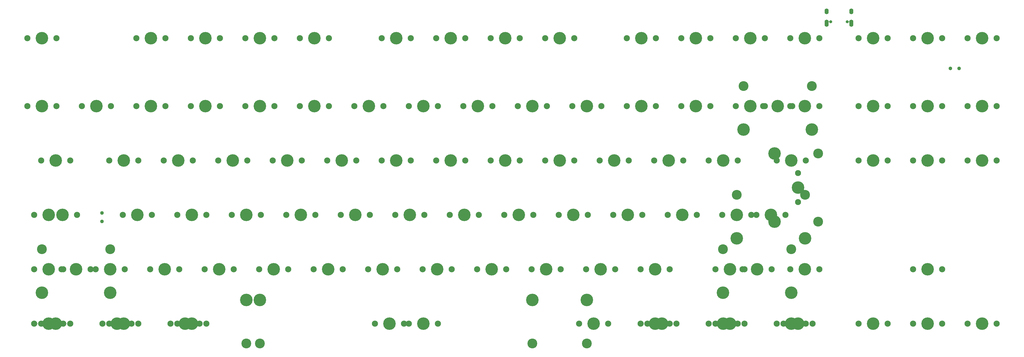
<source format=gts>
G04 #@! TF.GenerationSoftware,KiCad,Pcbnew,(5.1.8)-1*
G04 #@! TF.CreationDate,2021-11-24T20:30:40-05:00*
G04 #@! TF.ProjectId,KBD8X-MK2,4b424438-582d-44d4-9b32-2e6b69636164,rev?*
G04 #@! TF.SameCoordinates,Original*
G04 #@! TF.FileFunction,Soldermask,Top*
G04 #@! TF.FilePolarity,Negative*
%FSLAX46Y46*%
G04 Gerber Fmt 4.6, Leading zero omitted, Abs format (unit mm)*
G04 Created by KiCad (PCBNEW (5.1.8)-1) date 2021-11-24 20:30:40*
%MOMM*%
%LPD*%
G01*
G04 APERTURE LIST*
%ADD10C,4.387800*%
%ADD11C,3.448000*%
%ADD12C,2.150000*%
%ADD13C,2.101800*%
%ADD14O,1.400000X2.000000*%
%ADD15O,1.400000X2.500000*%
%ADD16C,1.050000*%
%ADD17C,1.300000*%
%ADD18C,0.100000*%
G04 APERTURE END LIST*
D10*
X238125000Y-131445000D03*
X123825000Y-131445000D03*
D11*
X238125000Y-146685000D03*
X123825000Y-146685000D03*
D12*
X186055000Y-139700000D03*
X175895000Y-139700000D03*
D10*
X180975000Y-139700000D03*
X219068650Y-131445000D03*
X119068850Y-131445000D03*
D11*
X219068650Y-146685000D03*
X119068850Y-146685000D03*
D12*
X174148750Y-139700000D03*
X163988750Y-139700000D03*
D10*
X169068750Y-139700000D03*
D12*
X381317500Y-139700000D03*
X371157500Y-139700000D03*
D10*
X376237500Y-139700000D03*
D12*
X293211250Y-139700000D03*
X283051250Y-139700000D03*
D10*
X288131250Y-139700000D03*
D12*
X290830000Y-139700000D03*
X280670000Y-139700000D03*
D10*
X285750000Y-139700000D03*
D12*
X269398750Y-139700000D03*
X259238750Y-139700000D03*
D10*
X264318750Y-139700000D03*
D12*
X314642500Y-139700000D03*
X304482500Y-139700000D03*
D10*
X309562500Y-139700000D03*
D12*
X317023750Y-139700000D03*
X306863750Y-139700000D03*
D10*
X311943750Y-139700000D03*
D12*
X267017500Y-139700000D03*
X256857500Y-139700000D03*
D10*
X261937500Y-139700000D03*
D12*
X245586250Y-139700000D03*
X235426250Y-139700000D03*
D10*
X240506250Y-139700000D03*
D12*
X81280000Y-139700000D03*
X71120000Y-139700000D03*
D10*
X76200000Y-139700000D03*
D12*
X78898750Y-139700000D03*
X68738750Y-139700000D03*
D10*
X73818750Y-139700000D03*
D12*
X343217500Y-139700000D03*
X333057500Y-139700000D03*
D10*
X338137500Y-139700000D03*
D12*
X57467500Y-139700000D03*
X47307500Y-139700000D03*
D10*
X52387500Y-139700000D03*
D12*
X55086250Y-139700000D03*
X44926250Y-139700000D03*
D10*
X50006250Y-139700000D03*
D12*
X105092500Y-139700000D03*
X94932500Y-139700000D03*
D10*
X100012500Y-139700000D03*
D12*
X102711250Y-139700000D03*
X92551250Y-139700000D03*
D10*
X97631250Y-139700000D03*
D12*
X362267500Y-139700000D03*
X352107500Y-139700000D03*
D10*
X357187500Y-139700000D03*
D12*
X95567500Y-120650000D03*
X85407500Y-120650000D03*
D10*
X90487500Y-120650000D03*
D12*
X114617500Y-120650000D03*
X104457500Y-120650000D03*
D10*
X109537500Y-120650000D03*
D12*
X152717500Y-120650000D03*
X142557500Y-120650000D03*
D10*
X147637500Y-120650000D03*
D12*
X362267500Y-120650000D03*
X352107500Y-120650000D03*
D10*
X357187500Y-120650000D03*
D12*
X319405000Y-120650000D03*
X309245000Y-120650000D03*
D10*
X314325000Y-120650000D03*
D12*
X293211250Y-120650000D03*
X283051250Y-120650000D03*
D10*
X288131250Y-120650000D03*
X309594250Y-128905000D03*
X285718250Y-128905000D03*
D11*
X309594250Y-113665000D03*
X285718250Y-113665000D03*
D12*
X302736250Y-120650000D03*
X292576250Y-120650000D03*
D10*
X297656250Y-120650000D03*
D12*
X190817500Y-120650000D03*
X180657500Y-120650000D03*
D10*
X185737500Y-120650000D03*
D12*
X209867500Y-120650000D03*
X199707500Y-120650000D03*
D10*
X204787500Y-120650000D03*
D12*
X76517500Y-120650000D03*
X66357500Y-120650000D03*
D10*
X71437500Y-120650000D03*
D12*
X55086250Y-120650000D03*
X44926250Y-120650000D03*
D10*
X50006250Y-120650000D03*
X71469250Y-128905000D03*
X47593250Y-128905000D03*
D11*
X71469250Y-113665000D03*
X47593250Y-113665000D03*
D12*
X64611250Y-120650000D03*
X54451250Y-120650000D03*
D10*
X59531250Y-120650000D03*
D12*
X133667500Y-120650000D03*
X123507500Y-120650000D03*
D10*
X128587500Y-120650000D03*
D12*
X171767500Y-120650000D03*
X161607500Y-120650000D03*
D10*
X166687500Y-120650000D03*
D12*
X267017500Y-120650000D03*
X256857500Y-120650000D03*
D10*
X261937500Y-120650000D03*
D12*
X228917500Y-120650000D03*
X218757500Y-120650000D03*
D10*
X223837500Y-120650000D03*
D12*
X247967500Y-120650000D03*
X237807500Y-120650000D03*
D10*
X242887500Y-120650000D03*
X303688750Y-80137000D03*
X303688750Y-104013000D03*
D11*
X318928750Y-80137000D03*
X318928750Y-104013000D03*
D13*
X311943750Y-97155000D03*
X311943750Y-86995000D03*
D10*
X311943750Y-92075000D03*
X314356750Y-109855000D03*
X290480750Y-109855000D03*
D11*
X314356750Y-94615000D03*
X290480750Y-94615000D03*
D12*
X307498750Y-101600000D03*
X297338750Y-101600000D03*
D10*
X302418750Y-101600000D03*
D12*
X319405000Y-63500000D03*
X309245000Y-63500000D03*
D10*
X314325000Y-63500000D03*
D12*
X105092500Y-101600000D03*
X94932500Y-101600000D03*
D10*
X100012500Y-101600000D03*
D12*
X238442500Y-101600000D03*
X228282500Y-101600000D03*
D10*
X233362500Y-101600000D03*
D12*
X219392500Y-101600000D03*
X209232500Y-101600000D03*
D10*
X214312500Y-101600000D03*
D12*
X200342500Y-101600000D03*
X190182500Y-101600000D03*
D10*
X195262500Y-101600000D03*
D12*
X181292500Y-101600000D03*
X171132500Y-101600000D03*
D10*
X176212500Y-101600000D03*
D12*
X162242500Y-101600000D03*
X152082500Y-101600000D03*
D10*
X157162500Y-101600000D03*
D12*
X143192500Y-101600000D03*
X133032500Y-101600000D03*
D10*
X138112500Y-101600000D03*
D12*
X124142500Y-101600000D03*
X113982500Y-101600000D03*
D10*
X119062500Y-101600000D03*
D12*
X55086250Y-101600000D03*
X44926250Y-101600000D03*
D10*
X50006250Y-101600000D03*
D12*
X59848750Y-101600000D03*
X49688750Y-101600000D03*
D10*
X54768750Y-101600000D03*
D12*
X86042500Y-101600000D03*
X75882500Y-101600000D03*
D10*
X80962500Y-101600000D03*
D12*
X257492500Y-101600000D03*
X247332500Y-101600000D03*
D10*
X252412500Y-101600000D03*
D12*
X276542500Y-101600000D03*
X266382500Y-101600000D03*
D10*
X271462500Y-101600000D03*
D12*
X57467500Y-82550000D03*
X47307500Y-82550000D03*
D10*
X52387500Y-82550000D03*
D12*
X176530000Y-82550000D03*
X166370000Y-82550000D03*
D10*
X171450000Y-82550000D03*
D12*
X100330000Y-82550000D03*
X90170000Y-82550000D03*
D10*
X95250000Y-82550000D03*
D12*
X195580000Y-82550000D03*
X185420000Y-82550000D03*
D10*
X190500000Y-82550000D03*
D12*
X157480000Y-82550000D03*
X147320000Y-82550000D03*
D10*
X152400000Y-82550000D03*
D12*
X138430000Y-82550000D03*
X128270000Y-82550000D03*
D10*
X133350000Y-82550000D03*
D12*
X81280000Y-82550000D03*
X71120000Y-82550000D03*
D10*
X76200000Y-82550000D03*
D12*
X381317500Y-82550000D03*
X371157500Y-82550000D03*
D10*
X376237500Y-82550000D03*
D12*
X252730000Y-82550000D03*
X242570000Y-82550000D03*
D10*
X247650000Y-82550000D03*
D12*
X233680000Y-82550000D03*
X223520000Y-82550000D03*
D10*
X228600000Y-82550000D03*
D12*
X214630000Y-82550000D03*
X204470000Y-82550000D03*
D10*
X209550000Y-82550000D03*
D12*
X362267500Y-82550000D03*
X352107500Y-82550000D03*
D10*
X357187500Y-82550000D03*
D12*
X119380000Y-82550000D03*
X109220000Y-82550000D03*
D10*
X114300000Y-82550000D03*
D12*
X343217500Y-82550000D03*
X333057500Y-82550000D03*
D10*
X338137500Y-82550000D03*
D12*
X290830000Y-82550000D03*
X280670000Y-82550000D03*
D10*
X285750000Y-82550000D03*
D12*
X295592500Y-101600000D03*
X285432500Y-101600000D03*
D10*
X290512500Y-101600000D03*
D12*
X314642500Y-82550000D03*
X304482500Y-82550000D03*
D10*
X309562500Y-82550000D03*
D12*
X271780000Y-82550000D03*
X261620000Y-82550000D03*
D10*
X266700000Y-82550000D03*
D12*
X343217500Y-63500000D03*
X333057500Y-63500000D03*
D10*
X338137500Y-63500000D03*
D12*
X381317500Y-63500000D03*
X371157500Y-63500000D03*
D10*
X376237500Y-63500000D03*
D12*
X362267500Y-63500000D03*
X352107500Y-63500000D03*
D10*
X357187500Y-63500000D03*
D12*
X300355000Y-63500000D03*
X290195000Y-63500000D03*
D10*
X295275000Y-63500000D03*
X316738000Y-71755000D03*
X292862000Y-71755000D03*
D11*
X316738000Y-56515000D03*
X292862000Y-56515000D03*
D12*
X309880000Y-63500000D03*
X299720000Y-63500000D03*
D10*
X304800000Y-63500000D03*
D12*
X52705000Y-63500000D03*
X42545000Y-63500000D03*
D10*
X47625000Y-63500000D03*
D12*
X262255000Y-63500000D03*
X252095000Y-63500000D03*
D10*
X257175000Y-63500000D03*
D12*
X243205000Y-63500000D03*
X233045000Y-63500000D03*
D10*
X238125000Y-63500000D03*
D12*
X224155000Y-63500000D03*
X213995000Y-63500000D03*
D10*
X219075000Y-63500000D03*
D12*
X205105000Y-63500000D03*
X194945000Y-63500000D03*
D10*
X200025000Y-63500000D03*
D12*
X186055000Y-63500000D03*
X175895000Y-63500000D03*
D10*
X180975000Y-63500000D03*
D12*
X167005000Y-63500000D03*
X156845000Y-63500000D03*
D10*
X161925000Y-63500000D03*
D12*
X147955000Y-63500000D03*
X137795000Y-63500000D03*
D10*
X142875000Y-63500000D03*
D12*
X128905000Y-63500000D03*
X118745000Y-63500000D03*
D10*
X123825000Y-63500000D03*
D12*
X109855000Y-63500000D03*
X99695000Y-63500000D03*
D10*
X104775000Y-63500000D03*
D12*
X90805000Y-63500000D03*
X80645000Y-63500000D03*
D10*
X85725000Y-63500000D03*
D12*
X71755000Y-63500000D03*
X61595000Y-63500000D03*
D10*
X66675000Y-63500000D03*
D12*
X343217500Y-39687500D03*
X333057500Y-39687500D03*
D10*
X338137500Y-39687500D03*
D12*
X195580000Y-39687500D03*
X185420000Y-39687500D03*
D10*
X190500000Y-39687500D03*
D12*
X109855000Y-39687500D03*
X99695000Y-39687500D03*
D10*
X104775000Y-39687500D03*
D12*
X362267500Y-39687500D03*
X352107500Y-39687500D03*
D10*
X357187500Y-39687500D03*
D12*
X381317500Y-39687500D03*
X371157500Y-39687500D03*
D10*
X376237500Y-39687500D03*
D12*
X319405000Y-39687500D03*
X309245000Y-39687500D03*
D10*
X314325000Y-39687500D03*
D12*
X300355000Y-39687500D03*
X290195000Y-39687500D03*
D10*
X295275000Y-39687500D03*
D12*
X281305000Y-39687500D03*
X271145000Y-39687500D03*
D10*
X276225000Y-39687500D03*
D12*
X262255000Y-39687500D03*
X252095000Y-39687500D03*
D10*
X257175000Y-39687500D03*
D12*
X233680000Y-39687500D03*
X223520000Y-39687500D03*
D10*
X228600000Y-39687500D03*
D12*
X214630000Y-39687500D03*
X204470000Y-39687500D03*
D10*
X209550000Y-39687500D03*
D12*
X176530000Y-39687500D03*
X166370000Y-39687500D03*
D10*
X171450000Y-39687500D03*
D12*
X147955000Y-39687500D03*
X137795000Y-39687500D03*
D10*
X142875000Y-39687500D03*
D12*
X128905000Y-39687500D03*
X118745000Y-39687500D03*
D10*
X123825000Y-39687500D03*
D12*
X90805000Y-39687500D03*
X80645000Y-39687500D03*
D10*
X85725000Y-39687500D03*
D12*
X52705000Y-39687500D03*
X42545000Y-39687500D03*
D10*
X47625000Y-39687500D03*
D14*
X330551250Y-30287125D03*
X321911250Y-30287125D03*
D15*
X330551250Y-34467125D03*
X321911250Y-34467125D03*
D16*
X323341250Y-33937125D03*
X329121250Y-33937125D03*
D17*
X368212500Y-50336250D03*
X365212500Y-50336250D03*
X68592500Y-103893750D03*
X68592500Y-100893750D03*
D10*
X276225000Y-63500000D03*
D12*
X271145000Y-63500000D03*
X281305000Y-63500000D03*
D18*
G36*
X315955399Y-139593198D02*
G01*
X315955812Y-139594632D01*
X315955926Y-139594632D01*
X315955926Y-139805368D01*
X315955794Y-139805368D01*
X315955251Y-139806945D01*
X315953287Y-139807326D01*
X315952025Y-139806016D01*
X315946752Y-139788632D01*
X315935387Y-139767368D01*
X315920091Y-139748731D01*
X315901454Y-139733436D01*
X315880191Y-139722071D01*
X315857116Y-139715071D01*
X315833125Y-139712708D01*
X315809134Y-139715071D01*
X315786059Y-139722071D01*
X315764795Y-139733436D01*
X315746158Y-139748732D01*
X315730863Y-139767369D01*
X315719498Y-139788632D01*
X315714225Y-139806016D01*
X315712765Y-139807383D01*
X315710851Y-139806802D01*
X315710438Y-139805368D01*
X315710324Y-139805368D01*
X315710324Y-139594632D01*
X315710456Y-139594632D01*
X315710999Y-139593055D01*
X315712963Y-139592674D01*
X315714225Y-139593984D01*
X315719498Y-139611368D01*
X315730863Y-139632632D01*
X315746159Y-139651269D01*
X315764796Y-139666564D01*
X315786059Y-139677929D01*
X315809134Y-139684929D01*
X315833125Y-139687292D01*
X315857116Y-139684929D01*
X315880191Y-139677929D01*
X315901455Y-139666564D01*
X315920092Y-139651268D01*
X315935387Y-139632631D01*
X315946752Y-139611368D01*
X315952025Y-139593984D01*
X315953485Y-139592617D01*
X315955399Y-139593198D01*
G37*
G36*
X93864149Y-139593198D02*
G01*
X93864562Y-139594632D01*
X93864676Y-139594632D01*
X93864676Y-139805368D01*
X93864544Y-139805368D01*
X93864001Y-139806945D01*
X93862037Y-139807326D01*
X93860775Y-139806016D01*
X93855502Y-139788632D01*
X93844137Y-139767368D01*
X93828841Y-139748731D01*
X93810204Y-139733436D01*
X93788941Y-139722071D01*
X93765866Y-139715071D01*
X93741875Y-139712708D01*
X93717884Y-139715071D01*
X93694809Y-139722071D01*
X93673545Y-139733436D01*
X93654908Y-139748732D01*
X93639613Y-139767369D01*
X93628248Y-139788632D01*
X93622975Y-139806016D01*
X93621515Y-139807383D01*
X93619601Y-139806802D01*
X93619188Y-139805368D01*
X93619074Y-139805368D01*
X93619074Y-139594632D01*
X93619206Y-139594632D01*
X93619749Y-139593055D01*
X93621713Y-139592674D01*
X93622975Y-139593984D01*
X93628248Y-139611368D01*
X93639613Y-139632632D01*
X93654909Y-139651269D01*
X93673546Y-139666564D01*
X93694809Y-139677929D01*
X93717884Y-139684929D01*
X93741875Y-139687292D01*
X93765866Y-139684929D01*
X93788941Y-139677929D01*
X93810205Y-139666564D01*
X93828842Y-139651268D01*
X93844137Y-139632631D01*
X93855502Y-139611368D01*
X93860775Y-139593984D01*
X93862235Y-139592617D01*
X93864149Y-139593198D01*
G37*
G36*
X80211649Y-139593198D02*
G01*
X80212062Y-139594632D01*
X80212176Y-139594632D01*
X80212176Y-139805368D01*
X80212044Y-139805368D01*
X80211501Y-139806945D01*
X80209537Y-139807326D01*
X80208275Y-139806016D01*
X80203002Y-139788632D01*
X80191637Y-139767368D01*
X80176341Y-139748731D01*
X80157704Y-139733436D01*
X80136441Y-139722071D01*
X80113366Y-139715071D01*
X80089375Y-139712708D01*
X80065384Y-139715071D01*
X80042309Y-139722071D01*
X80021045Y-139733436D01*
X80002408Y-139748732D01*
X79987113Y-139767369D01*
X79975748Y-139788632D01*
X79970475Y-139806016D01*
X79969015Y-139807383D01*
X79967101Y-139806802D01*
X79966688Y-139805368D01*
X79966574Y-139805368D01*
X79966574Y-139594632D01*
X79966706Y-139594632D01*
X79967249Y-139593055D01*
X79969213Y-139592674D01*
X79970475Y-139593984D01*
X79975748Y-139611368D01*
X79987113Y-139632632D01*
X80002409Y-139651269D01*
X80021046Y-139666564D01*
X80042309Y-139677929D01*
X80065384Y-139684929D01*
X80089375Y-139687292D01*
X80113366Y-139684929D01*
X80136441Y-139677929D01*
X80157705Y-139666564D01*
X80176342Y-139651268D01*
X80191637Y-139632631D01*
X80203002Y-139611368D01*
X80208275Y-139593984D01*
X80209735Y-139592617D01*
X80211649Y-139593198D01*
G37*
G36*
X104024149Y-139593198D02*
G01*
X104024562Y-139594632D01*
X104024676Y-139594632D01*
X104024676Y-139805368D01*
X104024544Y-139805368D01*
X104024001Y-139806945D01*
X104022037Y-139807326D01*
X104020775Y-139806016D01*
X104015502Y-139788632D01*
X104004137Y-139767368D01*
X103988841Y-139748731D01*
X103970204Y-139733436D01*
X103948941Y-139722071D01*
X103925866Y-139715071D01*
X103901875Y-139712708D01*
X103877884Y-139715071D01*
X103854809Y-139722071D01*
X103833545Y-139733436D01*
X103814908Y-139748732D01*
X103799613Y-139767369D01*
X103788248Y-139788632D01*
X103782975Y-139806016D01*
X103781515Y-139807383D01*
X103779601Y-139806802D01*
X103779188Y-139805368D01*
X103779074Y-139805368D01*
X103779074Y-139594632D01*
X103779206Y-139594632D01*
X103779749Y-139593055D01*
X103781713Y-139592674D01*
X103782975Y-139593984D01*
X103788248Y-139611368D01*
X103799613Y-139632632D01*
X103814909Y-139651269D01*
X103833546Y-139666564D01*
X103854809Y-139677929D01*
X103877884Y-139684929D01*
X103901875Y-139687292D01*
X103925866Y-139684929D01*
X103948941Y-139677929D01*
X103970205Y-139666564D01*
X103988842Y-139651268D01*
X104004137Y-139632631D01*
X104015502Y-139611368D01*
X104020775Y-139593984D01*
X104022235Y-139592617D01*
X104024149Y-139593198D01*
G37*
G36*
X70051649Y-139593198D02*
G01*
X70052062Y-139594632D01*
X70052176Y-139594632D01*
X70052176Y-139805368D01*
X70052044Y-139805368D01*
X70051501Y-139806945D01*
X70049537Y-139807326D01*
X70048275Y-139806016D01*
X70043002Y-139788632D01*
X70031637Y-139767368D01*
X70016341Y-139748731D01*
X69997704Y-139733436D01*
X69976441Y-139722071D01*
X69953366Y-139715071D01*
X69929375Y-139712708D01*
X69905384Y-139715071D01*
X69882309Y-139722071D01*
X69861045Y-139733436D01*
X69842408Y-139748732D01*
X69827113Y-139767369D01*
X69815748Y-139788632D01*
X69810475Y-139806016D01*
X69809015Y-139807383D01*
X69807101Y-139806802D01*
X69806688Y-139805368D01*
X69806574Y-139805368D01*
X69806574Y-139594632D01*
X69806706Y-139594632D01*
X69807249Y-139593055D01*
X69809213Y-139592674D01*
X69810475Y-139593984D01*
X69815748Y-139611368D01*
X69827113Y-139632632D01*
X69842409Y-139651269D01*
X69861046Y-139666564D01*
X69882309Y-139677929D01*
X69905384Y-139684929D01*
X69929375Y-139687292D01*
X69953366Y-139684929D01*
X69976441Y-139677929D01*
X69997705Y-139666564D01*
X70016342Y-139651268D01*
X70031637Y-139632631D01*
X70043002Y-139611368D01*
X70048275Y-139593984D01*
X70049735Y-139592617D01*
X70051649Y-139593198D01*
G37*
G36*
X305795399Y-139593198D02*
G01*
X305795812Y-139594632D01*
X305795926Y-139594632D01*
X305795926Y-139805368D01*
X305795794Y-139805368D01*
X305795251Y-139806945D01*
X305793287Y-139807326D01*
X305792025Y-139806016D01*
X305786752Y-139788632D01*
X305775387Y-139767368D01*
X305760091Y-139748731D01*
X305741454Y-139733436D01*
X305720191Y-139722071D01*
X305697116Y-139715071D01*
X305673125Y-139712708D01*
X305649134Y-139715071D01*
X305626059Y-139722071D01*
X305604795Y-139733436D01*
X305586158Y-139748732D01*
X305570863Y-139767369D01*
X305559498Y-139788632D01*
X305554225Y-139806016D01*
X305552765Y-139807383D01*
X305550851Y-139806802D01*
X305550438Y-139805368D01*
X305550324Y-139805368D01*
X305550324Y-139594632D01*
X305550456Y-139594632D01*
X305550999Y-139593055D01*
X305552963Y-139592674D01*
X305554225Y-139593984D01*
X305559498Y-139611368D01*
X305570863Y-139632632D01*
X305586159Y-139651269D01*
X305604796Y-139666564D01*
X305626059Y-139677929D01*
X305649134Y-139684929D01*
X305673125Y-139687292D01*
X305697116Y-139684929D01*
X305720191Y-139677929D01*
X305741455Y-139666564D01*
X305760092Y-139651268D01*
X305775387Y-139632631D01*
X305786752Y-139611368D01*
X305792025Y-139593984D01*
X305793485Y-139592617D01*
X305795399Y-139593198D01*
G37*
G36*
X56399149Y-139593198D02*
G01*
X56399562Y-139594632D01*
X56399676Y-139594632D01*
X56399676Y-139805368D01*
X56399544Y-139805368D01*
X56399001Y-139806945D01*
X56397037Y-139807326D01*
X56395775Y-139806016D01*
X56390502Y-139788632D01*
X56379137Y-139767368D01*
X56363841Y-139748731D01*
X56345204Y-139733436D01*
X56323941Y-139722071D01*
X56300866Y-139715071D01*
X56276875Y-139712708D01*
X56252884Y-139715071D01*
X56229809Y-139722071D01*
X56208545Y-139733436D01*
X56189908Y-139748732D01*
X56174613Y-139767369D01*
X56163248Y-139788632D01*
X56157975Y-139806016D01*
X56156515Y-139807383D01*
X56154601Y-139806802D01*
X56154188Y-139805368D01*
X56154074Y-139805368D01*
X56154074Y-139594632D01*
X56154206Y-139594632D01*
X56154749Y-139593055D01*
X56156713Y-139592674D01*
X56157975Y-139593984D01*
X56163248Y-139611368D01*
X56174613Y-139632632D01*
X56189909Y-139651269D01*
X56208546Y-139666564D01*
X56229809Y-139677929D01*
X56252884Y-139684929D01*
X56276875Y-139687292D01*
X56300866Y-139684929D01*
X56323941Y-139677929D01*
X56345205Y-139666564D01*
X56363842Y-139651268D01*
X56379137Y-139632631D01*
X56390502Y-139611368D01*
X56395775Y-139593984D01*
X56397235Y-139592617D01*
X56399149Y-139593198D01*
G37*
G36*
X46239149Y-139593198D02*
G01*
X46239562Y-139594632D01*
X46239676Y-139594632D01*
X46239676Y-139805368D01*
X46239544Y-139805368D01*
X46239001Y-139806945D01*
X46237037Y-139807326D01*
X46235775Y-139806016D01*
X46230502Y-139788632D01*
X46219137Y-139767368D01*
X46203841Y-139748731D01*
X46185204Y-139733436D01*
X46163941Y-139722071D01*
X46140866Y-139715071D01*
X46116875Y-139712708D01*
X46092884Y-139715071D01*
X46069809Y-139722071D01*
X46048545Y-139733436D01*
X46029908Y-139748732D01*
X46014613Y-139767369D01*
X46003248Y-139788632D01*
X45997975Y-139806016D01*
X45996515Y-139807383D01*
X45994601Y-139806802D01*
X45994188Y-139805368D01*
X45994074Y-139805368D01*
X45994074Y-139594632D01*
X45994206Y-139594632D01*
X45994749Y-139593055D01*
X45996713Y-139592674D01*
X45997975Y-139593984D01*
X46003248Y-139611368D01*
X46014613Y-139632632D01*
X46029909Y-139651269D01*
X46048546Y-139666564D01*
X46069809Y-139677929D01*
X46092884Y-139684929D01*
X46116875Y-139687292D01*
X46140866Y-139684929D01*
X46163941Y-139677929D01*
X46185205Y-139666564D01*
X46203842Y-139651268D01*
X46219137Y-139632631D01*
X46230502Y-139611368D01*
X46235775Y-139593984D01*
X46237235Y-139592617D01*
X46239149Y-139593198D01*
G37*
G36*
X268330399Y-139593198D02*
G01*
X268330812Y-139594632D01*
X268330926Y-139594632D01*
X268330926Y-139805368D01*
X268330794Y-139805368D01*
X268330251Y-139806945D01*
X268328287Y-139807326D01*
X268327025Y-139806016D01*
X268321752Y-139788632D01*
X268310387Y-139767368D01*
X268295091Y-139748731D01*
X268276454Y-139733436D01*
X268255191Y-139722071D01*
X268232116Y-139715071D01*
X268208125Y-139712708D01*
X268184134Y-139715071D01*
X268161059Y-139722071D01*
X268139795Y-139733436D01*
X268121158Y-139748732D01*
X268105863Y-139767369D01*
X268094498Y-139788632D01*
X268089225Y-139806016D01*
X268087765Y-139807383D01*
X268085851Y-139806802D01*
X268085438Y-139805368D01*
X268085324Y-139805368D01*
X268085324Y-139594632D01*
X268085456Y-139594632D01*
X268085999Y-139593055D01*
X268087963Y-139592674D01*
X268089225Y-139593984D01*
X268094498Y-139611368D01*
X268105863Y-139632632D01*
X268121159Y-139651269D01*
X268139796Y-139666564D01*
X268161059Y-139677929D01*
X268184134Y-139684929D01*
X268208125Y-139687292D01*
X268232116Y-139684929D01*
X268255191Y-139677929D01*
X268276455Y-139666564D01*
X268295092Y-139651268D01*
X268310387Y-139632631D01*
X268321752Y-139611368D01*
X268327025Y-139593984D01*
X268328485Y-139592617D01*
X268330399Y-139593198D01*
G37*
G36*
X292142899Y-139593198D02*
G01*
X292143312Y-139594632D01*
X292143426Y-139594632D01*
X292143426Y-139805368D01*
X292143294Y-139805368D01*
X292142751Y-139806945D01*
X292140787Y-139807326D01*
X292139525Y-139806016D01*
X292134252Y-139788632D01*
X292122887Y-139767368D01*
X292107591Y-139748731D01*
X292088954Y-139733436D01*
X292067691Y-139722071D01*
X292044616Y-139715071D01*
X292020625Y-139712708D01*
X291996634Y-139715071D01*
X291973559Y-139722071D01*
X291952295Y-139733436D01*
X291933658Y-139748732D01*
X291918363Y-139767369D01*
X291906998Y-139788632D01*
X291901725Y-139806016D01*
X291900265Y-139807383D01*
X291898351Y-139806802D01*
X291897938Y-139805368D01*
X291897824Y-139805368D01*
X291897824Y-139594632D01*
X291897956Y-139594632D01*
X291898499Y-139593055D01*
X291900463Y-139592674D01*
X291901725Y-139593984D01*
X291906998Y-139611368D01*
X291918363Y-139632632D01*
X291933659Y-139651269D01*
X291952296Y-139666564D01*
X291973559Y-139677929D01*
X291996634Y-139684929D01*
X292020625Y-139687292D01*
X292044616Y-139684929D01*
X292067691Y-139677929D01*
X292088955Y-139666564D01*
X292107592Y-139651268D01*
X292122887Y-139632631D01*
X292134252Y-139611368D01*
X292139525Y-139593984D01*
X292140985Y-139592617D01*
X292142899Y-139593198D01*
G37*
G36*
X258170399Y-139593198D02*
G01*
X258170812Y-139594632D01*
X258170926Y-139594632D01*
X258170926Y-139805368D01*
X258170794Y-139805368D01*
X258170251Y-139806945D01*
X258168287Y-139807326D01*
X258167025Y-139806016D01*
X258161752Y-139788632D01*
X258150387Y-139767368D01*
X258135091Y-139748731D01*
X258116454Y-139733436D01*
X258095191Y-139722071D01*
X258072116Y-139715071D01*
X258048125Y-139712708D01*
X258024134Y-139715071D01*
X258001059Y-139722071D01*
X257979795Y-139733436D01*
X257961158Y-139748732D01*
X257945863Y-139767369D01*
X257934498Y-139788632D01*
X257929225Y-139806016D01*
X257927765Y-139807383D01*
X257925851Y-139806802D01*
X257925438Y-139805368D01*
X257925324Y-139805368D01*
X257925324Y-139594632D01*
X257925456Y-139594632D01*
X257925999Y-139593055D01*
X257927963Y-139592674D01*
X257929225Y-139593984D01*
X257934498Y-139611368D01*
X257945863Y-139632632D01*
X257961159Y-139651269D01*
X257979796Y-139666564D01*
X258001059Y-139677929D01*
X258024134Y-139684929D01*
X258048125Y-139687292D01*
X258072116Y-139684929D01*
X258095191Y-139677929D01*
X258116455Y-139666564D01*
X258135092Y-139651268D01*
X258150387Y-139632631D01*
X258161752Y-139611368D01*
X258167025Y-139593984D01*
X258168485Y-139592617D01*
X258170399Y-139593198D01*
G37*
G36*
X281982899Y-139593198D02*
G01*
X281983312Y-139594632D01*
X281983426Y-139594632D01*
X281983426Y-139805368D01*
X281983294Y-139805368D01*
X281982751Y-139806945D01*
X281980787Y-139807326D01*
X281979525Y-139806016D01*
X281974252Y-139788632D01*
X281962887Y-139767368D01*
X281947591Y-139748731D01*
X281928954Y-139733436D01*
X281907691Y-139722071D01*
X281884616Y-139715071D01*
X281860625Y-139712708D01*
X281836634Y-139715071D01*
X281813559Y-139722071D01*
X281792295Y-139733436D01*
X281773658Y-139748732D01*
X281758363Y-139767369D01*
X281746998Y-139788632D01*
X281741725Y-139806016D01*
X281740265Y-139807383D01*
X281738351Y-139806802D01*
X281737938Y-139805368D01*
X281737824Y-139805368D01*
X281737824Y-139594632D01*
X281737956Y-139594632D01*
X281738499Y-139593055D01*
X281740463Y-139592674D01*
X281741725Y-139593984D01*
X281746998Y-139611368D01*
X281758363Y-139632632D01*
X281773659Y-139651269D01*
X281792296Y-139666564D01*
X281813559Y-139677929D01*
X281836634Y-139684929D01*
X281860625Y-139687292D01*
X281884616Y-139684929D01*
X281907691Y-139677929D01*
X281928955Y-139666564D01*
X281947592Y-139651268D01*
X281962887Y-139632631D01*
X281974252Y-139611368D01*
X281979525Y-139593984D01*
X281980985Y-139592617D01*
X281982899Y-139593198D01*
G37*
G36*
X312706570Y-94121173D02*
G01*
X312707314Y-94123150D01*
X312666621Y-94327728D01*
X312665302Y-94329232D01*
X312663340Y-94328842D01*
X312662669Y-94327142D01*
X312664451Y-94309052D01*
X312662088Y-94285061D01*
X312655088Y-94261986D01*
X312643723Y-94240722D01*
X312628428Y-94222085D01*
X312609791Y-94206790D01*
X312588527Y-94195425D01*
X312565452Y-94188425D01*
X312541461Y-94186062D01*
X312523378Y-94187844D01*
X312521556Y-94187019D01*
X312521360Y-94185029D01*
X312522792Y-94183892D01*
X312580024Y-94172507D01*
X312704587Y-94120912D01*
X312706570Y-94121173D01*
G37*
G36*
X314033896Y-92736885D02*
G01*
X314034223Y-92738684D01*
X314028948Y-92756073D01*
X314026585Y-92780064D01*
X314028948Y-92804055D01*
X314035948Y-92827130D01*
X314047313Y-92848394D01*
X314062608Y-92867030D01*
X314081245Y-92882326D01*
X314102509Y-92893691D01*
X314125584Y-92900691D01*
X314149575Y-92903054D01*
X314167664Y-92901272D01*
X314169486Y-92902097D01*
X314169682Y-92904087D01*
X314168250Y-92905224D01*
X313945974Y-92949437D01*
X313944080Y-92948794D01*
X313943736Y-92946710D01*
X314030461Y-92737338D01*
X314032048Y-92736120D01*
X314033896Y-92736885D01*
G37*
G36*
X322600017Y-33783055D02*
G01*
X322601037Y-33786418D01*
X322610303Y-33808786D01*
X322623697Y-33828833D01*
X322640744Y-33845880D01*
X322660792Y-33859275D01*
X322683066Y-33868502D01*
X322706716Y-33873206D01*
X322730822Y-33873206D01*
X322754472Y-33868502D01*
X322776746Y-33859275D01*
X322796793Y-33845881D01*
X322813840Y-33828834D01*
X322827235Y-33808786D01*
X322832756Y-33795460D01*
X322832962Y-33795302D01*
X322836406Y-33786988D01*
X322837993Y-33785770D01*
X322839841Y-33786535D01*
X322840216Y-33788143D01*
X322820778Y-33885865D01*
X322820778Y-33988385D01*
X322840780Y-34088942D01*
X322850685Y-34112854D01*
X322850424Y-34114836D01*
X322848576Y-34115602D01*
X322847073Y-34114562D01*
X322838511Y-34098544D01*
X322823216Y-34079907D01*
X322804579Y-34064611D01*
X322783315Y-34053246D01*
X322760240Y-34046246D01*
X322736249Y-34043883D01*
X322712258Y-34046246D01*
X322689183Y-34053246D01*
X322667920Y-34064611D01*
X322649283Y-34079906D01*
X322633987Y-34098543D01*
X322622622Y-34119807D01*
X322615622Y-34142882D01*
X322613240Y-34167069D01*
X322612075Y-34168695D01*
X322610085Y-34168499D01*
X322609250Y-34166873D01*
X322609250Y-33917219D01*
X322596113Y-33783831D01*
X322596938Y-33782009D01*
X322598928Y-33781813D01*
X322600017Y-33783055D01*
G37*
G36*
X329865858Y-33782267D02*
G01*
X329866388Y-33783830D01*
X329853250Y-33917219D01*
X329853250Y-34166873D01*
X329852250Y-34168605D01*
X329850250Y-34168605D01*
X329849260Y-34167069D01*
X329846878Y-34142882D01*
X329839878Y-34119807D01*
X329828513Y-34098543D01*
X329813218Y-34079906D01*
X329794581Y-34064611D01*
X329773317Y-34053246D01*
X329750242Y-34046246D01*
X329726251Y-34043883D01*
X329702260Y-34046246D01*
X329679185Y-34053246D01*
X329657921Y-34064611D01*
X329639284Y-34079906D01*
X329623989Y-34098543D01*
X329615428Y-34114561D01*
X329613729Y-34115617D01*
X329611966Y-34114674D01*
X329611816Y-34112853D01*
X329621720Y-34088942D01*
X329641722Y-33988385D01*
X329641722Y-33885865D01*
X329622284Y-33788143D01*
X329622927Y-33786249D01*
X329624889Y-33785859D01*
X329626094Y-33786988D01*
X329628697Y-33793272D01*
X329628763Y-33793457D01*
X329630099Y-33797864D01*
X329641464Y-33819129D01*
X329656756Y-33837768D01*
X329675392Y-33853065D01*
X329696654Y-33864432D01*
X329719729Y-33871434D01*
X329743720Y-33873799D01*
X329767713Y-33871437D01*
X329790786Y-33864441D01*
X329812051Y-33853076D01*
X329830690Y-33837784D01*
X329845987Y-33819148D01*
X329857378Y-33797841D01*
X329861447Y-33786471D01*
X329862484Y-33783053D01*
X329863944Y-33781686D01*
X329865858Y-33782267D01*
G37*
M02*

</source>
